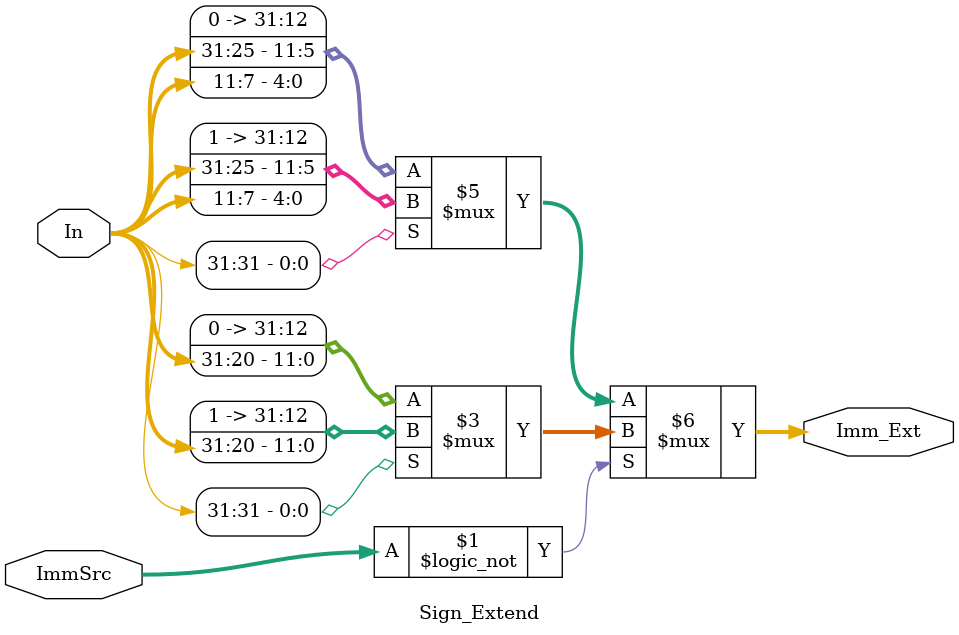
<source format=v>
module Sign_Extend(In, Imm_Ext,ImmSrc);

input [31:0] In;
input [1:0] ImmSrc;
output [31:0] Imm_Ext;

// assign Imm_Ext = (ImmSrc == 1'b0 ) ? ((In[31] == 1'b1) ? {{20{1'b1}}, In [31:20]} : 
//                                      {{20{1'b0}}, In [31:20]}) :
//                                      (((In[31] == 1'b1) ? {{20{1'b1}}, In [31:25], In[11:7]}) : 
//                                      ({{20{1'b0}}, In [31:25], In[11:7]}));

assign Imm_Ext = (ImmSrc == 1'b0 ) ? 
                                     ((In[31] == 1'b1) ? {{20{1'b1}}, In[31:20]} : 
                                     {{20{1'b0}}, In[31:20]}) :
                                     ((In[31] == 1'b1) ? {{20{1'b1}}, In[31:25], In[11:7]} : 
                                     {{20{1'b0}}, In[31:25], In[11:7]});

endmodule


</source>
